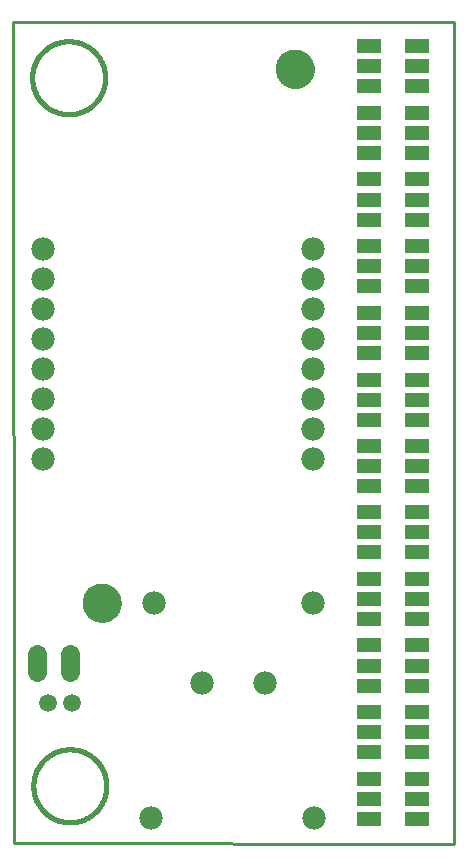
<source format=gbs>
G75*
%MOIN*%
%OFA0B0*%
%FSLAX25Y25*%
%IPPOS*%
%LPD*%
%AMOC8*
5,1,8,0,0,1.08239X$1,22.5*
%
%ADD10C,0.01000*%
%ADD11C,0.00000*%
%ADD12C,0.12998*%
%ADD13C,0.01600*%
%ADD14C,0.06400*%
%ADD15C,0.07800*%
%ADD16R,0.08274X0.04731*%
%ADD17C,0.05943*%
D10*
X0110444Y0004527D02*
X0257294Y0004330D01*
X0257098Y0278346D01*
X0110050Y0278346D01*
X0110444Y0004527D01*
D11*
X0133476Y0084645D02*
X0133478Y0084803D01*
X0133484Y0084961D01*
X0133494Y0085119D01*
X0133508Y0085277D01*
X0133526Y0085434D01*
X0133547Y0085591D01*
X0133573Y0085747D01*
X0133603Y0085903D01*
X0133636Y0086058D01*
X0133674Y0086211D01*
X0133715Y0086364D01*
X0133760Y0086516D01*
X0133809Y0086667D01*
X0133862Y0086816D01*
X0133918Y0086964D01*
X0133978Y0087110D01*
X0134042Y0087255D01*
X0134110Y0087398D01*
X0134181Y0087540D01*
X0134255Y0087680D01*
X0134333Y0087817D01*
X0134415Y0087953D01*
X0134499Y0088087D01*
X0134588Y0088218D01*
X0134679Y0088347D01*
X0134774Y0088474D01*
X0134871Y0088599D01*
X0134972Y0088721D01*
X0135076Y0088840D01*
X0135183Y0088957D01*
X0135293Y0089071D01*
X0135406Y0089182D01*
X0135521Y0089291D01*
X0135639Y0089396D01*
X0135760Y0089498D01*
X0135883Y0089598D01*
X0136009Y0089694D01*
X0136137Y0089787D01*
X0136267Y0089877D01*
X0136400Y0089963D01*
X0136535Y0090047D01*
X0136671Y0090126D01*
X0136810Y0090203D01*
X0136951Y0090275D01*
X0137093Y0090345D01*
X0137237Y0090410D01*
X0137383Y0090472D01*
X0137530Y0090530D01*
X0137679Y0090585D01*
X0137829Y0090636D01*
X0137980Y0090683D01*
X0138132Y0090726D01*
X0138285Y0090765D01*
X0138440Y0090801D01*
X0138595Y0090832D01*
X0138751Y0090860D01*
X0138907Y0090884D01*
X0139064Y0090904D01*
X0139222Y0090920D01*
X0139379Y0090932D01*
X0139538Y0090940D01*
X0139696Y0090944D01*
X0139854Y0090944D01*
X0140012Y0090940D01*
X0140171Y0090932D01*
X0140328Y0090920D01*
X0140486Y0090904D01*
X0140643Y0090884D01*
X0140799Y0090860D01*
X0140955Y0090832D01*
X0141110Y0090801D01*
X0141265Y0090765D01*
X0141418Y0090726D01*
X0141570Y0090683D01*
X0141721Y0090636D01*
X0141871Y0090585D01*
X0142020Y0090530D01*
X0142167Y0090472D01*
X0142313Y0090410D01*
X0142457Y0090345D01*
X0142599Y0090275D01*
X0142740Y0090203D01*
X0142879Y0090126D01*
X0143015Y0090047D01*
X0143150Y0089963D01*
X0143283Y0089877D01*
X0143413Y0089787D01*
X0143541Y0089694D01*
X0143667Y0089598D01*
X0143790Y0089498D01*
X0143911Y0089396D01*
X0144029Y0089291D01*
X0144144Y0089182D01*
X0144257Y0089071D01*
X0144367Y0088957D01*
X0144474Y0088840D01*
X0144578Y0088721D01*
X0144679Y0088599D01*
X0144776Y0088474D01*
X0144871Y0088347D01*
X0144962Y0088218D01*
X0145051Y0088087D01*
X0145135Y0087953D01*
X0145217Y0087817D01*
X0145295Y0087680D01*
X0145369Y0087540D01*
X0145440Y0087398D01*
X0145508Y0087255D01*
X0145572Y0087110D01*
X0145632Y0086964D01*
X0145688Y0086816D01*
X0145741Y0086667D01*
X0145790Y0086516D01*
X0145835Y0086364D01*
X0145876Y0086211D01*
X0145914Y0086058D01*
X0145947Y0085903D01*
X0145977Y0085747D01*
X0146003Y0085591D01*
X0146024Y0085434D01*
X0146042Y0085277D01*
X0146056Y0085119D01*
X0146066Y0084961D01*
X0146072Y0084803D01*
X0146074Y0084645D01*
X0146072Y0084487D01*
X0146066Y0084329D01*
X0146056Y0084171D01*
X0146042Y0084013D01*
X0146024Y0083856D01*
X0146003Y0083699D01*
X0145977Y0083543D01*
X0145947Y0083387D01*
X0145914Y0083232D01*
X0145876Y0083079D01*
X0145835Y0082926D01*
X0145790Y0082774D01*
X0145741Y0082623D01*
X0145688Y0082474D01*
X0145632Y0082326D01*
X0145572Y0082180D01*
X0145508Y0082035D01*
X0145440Y0081892D01*
X0145369Y0081750D01*
X0145295Y0081610D01*
X0145217Y0081473D01*
X0145135Y0081337D01*
X0145051Y0081203D01*
X0144962Y0081072D01*
X0144871Y0080943D01*
X0144776Y0080816D01*
X0144679Y0080691D01*
X0144578Y0080569D01*
X0144474Y0080450D01*
X0144367Y0080333D01*
X0144257Y0080219D01*
X0144144Y0080108D01*
X0144029Y0079999D01*
X0143911Y0079894D01*
X0143790Y0079792D01*
X0143667Y0079692D01*
X0143541Y0079596D01*
X0143413Y0079503D01*
X0143283Y0079413D01*
X0143150Y0079327D01*
X0143015Y0079243D01*
X0142879Y0079164D01*
X0142740Y0079087D01*
X0142599Y0079015D01*
X0142457Y0078945D01*
X0142313Y0078880D01*
X0142167Y0078818D01*
X0142020Y0078760D01*
X0141871Y0078705D01*
X0141721Y0078654D01*
X0141570Y0078607D01*
X0141418Y0078564D01*
X0141265Y0078525D01*
X0141110Y0078489D01*
X0140955Y0078458D01*
X0140799Y0078430D01*
X0140643Y0078406D01*
X0140486Y0078386D01*
X0140328Y0078370D01*
X0140171Y0078358D01*
X0140012Y0078350D01*
X0139854Y0078346D01*
X0139696Y0078346D01*
X0139538Y0078350D01*
X0139379Y0078358D01*
X0139222Y0078370D01*
X0139064Y0078386D01*
X0138907Y0078406D01*
X0138751Y0078430D01*
X0138595Y0078458D01*
X0138440Y0078489D01*
X0138285Y0078525D01*
X0138132Y0078564D01*
X0137980Y0078607D01*
X0137829Y0078654D01*
X0137679Y0078705D01*
X0137530Y0078760D01*
X0137383Y0078818D01*
X0137237Y0078880D01*
X0137093Y0078945D01*
X0136951Y0079015D01*
X0136810Y0079087D01*
X0136671Y0079164D01*
X0136535Y0079243D01*
X0136400Y0079327D01*
X0136267Y0079413D01*
X0136137Y0079503D01*
X0136009Y0079596D01*
X0135883Y0079692D01*
X0135760Y0079792D01*
X0135639Y0079894D01*
X0135521Y0079999D01*
X0135406Y0080108D01*
X0135293Y0080219D01*
X0135183Y0080333D01*
X0135076Y0080450D01*
X0134972Y0080569D01*
X0134871Y0080691D01*
X0134774Y0080816D01*
X0134679Y0080943D01*
X0134588Y0081072D01*
X0134499Y0081203D01*
X0134415Y0081337D01*
X0134333Y0081473D01*
X0134255Y0081610D01*
X0134181Y0081750D01*
X0134110Y0081892D01*
X0134042Y0082035D01*
X0133978Y0082180D01*
X0133918Y0082326D01*
X0133862Y0082474D01*
X0133809Y0082623D01*
X0133760Y0082774D01*
X0133715Y0082926D01*
X0133674Y0083079D01*
X0133636Y0083232D01*
X0133603Y0083387D01*
X0133573Y0083543D01*
X0133547Y0083699D01*
X0133526Y0083856D01*
X0133508Y0084013D01*
X0133494Y0084171D01*
X0133484Y0084329D01*
X0133478Y0084487D01*
X0133476Y0084645D01*
X0197846Y0262597D02*
X0197848Y0262755D01*
X0197854Y0262913D01*
X0197864Y0263071D01*
X0197878Y0263229D01*
X0197896Y0263386D01*
X0197917Y0263543D01*
X0197943Y0263699D01*
X0197973Y0263855D01*
X0198006Y0264010D01*
X0198044Y0264163D01*
X0198085Y0264316D01*
X0198130Y0264468D01*
X0198179Y0264619D01*
X0198232Y0264768D01*
X0198288Y0264916D01*
X0198348Y0265062D01*
X0198412Y0265207D01*
X0198480Y0265350D01*
X0198551Y0265492D01*
X0198625Y0265632D01*
X0198703Y0265769D01*
X0198785Y0265905D01*
X0198869Y0266039D01*
X0198958Y0266170D01*
X0199049Y0266299D01*
X0199144Y0266426D01*
X0199241Y0266551D01*
X0199342Y0266673D01*
X0199446Y0266792D01*
X0199553Y0266909D01*
X0199663Y0267023D01*
X0199776Y0267134D01*
X0199891Y0267243D01*
X0200009Y0267348D01*
X0200130Y0267450D01*
X0200253Y0267550D01*
X0200379Y0267646D01*
X0200507Y0267739D01*
X0200637Y0267829D01*
X0200770Y0267915D01*
X0200905Y0267999D01*
X0201041Y0268078D01*
X0201180Y0268155D01*
X0201321Y0268227D01*
X0201463Y0268297D01*
X0201607Y0268362D01*
X0201753Y0268424D01*
X0201900Y0268482D01*
X0202049Y0268537D01*
X0202199Y0268588D01*
X0202350Y0268635D01*
X0202502Y0268678D01*
X0202655Y0268717D01*
X0202810Y0268753D01*
X0202965Y0268784D01*
X0203121Y0268812D01*
X0203277Y0268836D01*
X0203434Y0268856D01*
X0203592Y0268872D01*
X0203749Y0268884D01*
X0203908Y0268892D01*
X0204066Y0268896D01*
X0204224Y0268896D01*
X0204382Y0268892D01*
X0204541Y0268884D01*
X0204698Y0268872D01*
X0204856Y0268856D01*
X0205013Y0268836D01*
X0205169Y0268812D01*
X0205325Y0268784D01*
X0205480Y0268753D01*
X0205635Y0268717D01*
X0205788Y0268678D01*
X0205940Y0268635D01*
X0206091Y0268588D01*
X0206241Y0268537D01*
X0206390Y0268482D01*
X0206537Y0268424D01*
X0206683Y0268362D01*
X0206827Y0268297D01*
X0206969Y0268227D01*
X0207110Y0268155D01*
X0207249Y0268078D01*
X0207385Y0267999D01*
X0207520Y0267915D01*
X0207653Y0267829D01*
X0207783Y0267739D01*
X0207911Y0267646D01*
X0208037Y0267550D01*
X0208160Y0267450D01*
X0208281Y0267348D01*
X0208399Y0267243D01*
X0208514Y0267134D01*
X0208627Y0267023D01*
X0208737Y0266909D01*
X0208844Y0266792D01*
X0208948Y0266673D01*
X0209049Y0266551D01*
X0209146Y0266426D01*
X0209241Y0266299D01*
X0209332Y0266170D01*
X0209421Y0266039D01*
X0209505Y0265905D01*
X0209587Y0265769D01*
X0209665Y0265632D01*
X0209739Y0265492D01*
X0209810Y0265350D01*
X0209878Y0265207D01*
X0209942Y0265062D01*
X0210002Y0264916D01*
X0210058Y0264768D01*
X0210111Y0264619D01*
X0210160Y0264468D01*
X0210205Y0264316D01*
X0210246Y0264163D01*
X0210284Y0264010D01*
X0210317Y0263855D01*
X0210347Y0263699D01*
X0210373Y0263543D01*
X0210394Y0263386D01*
X0210412Y0263229D01*
X0210426Y0263071D01*
X0210436Y0262913D01*
X0210442Y0262755D01*
X0210444Y0262597D01*
X0210442Y0262439D01*
X0210436Y0262281D01*
X0210426Y0262123D01*
X0210412Y0261965D01*
X0210394Y0261808D01*
X0210373Y0261651D01*
X0210347Y0261495D01*
X0210317Y0261339D01*
X0210284Y0261184D01*
X0210246Y0261031D01*
X0210205Y0260878D01*
X0210160Y0260726D01*
X0210111Y0260575D01*
X0210058Y0260426D01*
X0210002Y0260278D01*
X0209942Y0260132D01*
X0209878Y0259987D01*
X0209810Y0259844D01*
X0209739Y0259702D01*
X0209665Y0259562D01*
X0209587Y0259425D01*
X0209505Y0259289D01*
X0209421Y0259155D01*
X0209332Y0259024D01*
X0209241Y0258895D01*
X0209146Y0258768D01*
X0209049Y0258643D01*
X0208948Y0258521D01*
X0208844Y0258402D01*
X0208737Y0258285D01*
X0208627Y0258171D01*
X0208514Y0258060D01*
X0208399Y0257951D01*
X0208281Y0257846D01*
X0208160Y0257744D01*
X0208037Y0257644D01*
X0207911Y0257548D01*
X0207783Y0257455D01*
X0207653Y0257365D01*
X0207520Y0257279D01*
X0207385Y0257195D01*
X0207249Y0257116D01*
X0207110Y0257039D01*
X0206969Y0256967D01*
X0206827Y0256897D01*
X0206683Y0256832D01*
X0206537Y0256770D01*
X0206390Y0256712D01*
X0206241Y0256657D01*
X0206091Y0256606D01*
X0205940Y0256559D01*
X0205788Y0256516D01*
X0205635Y0256477D01*
X0205480Y0256441D01*
X0205325Y0256410D01*
X0205169Y0256382D01*
X0205013Y0256358D01*
X0204856Y0256338D01*
X0204698Y0256322D01*
X0204541Y0256310D01*
X0204382Y0256302D01*
X0204224Y0256298D01*
X0204066Y0256298D01*
X0203908Y0256302D01*
X0203749Y0256310D01*
X0203592Y0256322D01*
X0203434Y0256338D01*
X0203277Y0256358D01*
X0203121Y0256382D01*
X0202965Y0256410D01*
X0202810Y0256441D01*
X0202655Y0256477D01*
X0202502Y0256516D01*
X0202350Y0256559D01*
X0202199Y0256606D01*
X0202049Y0256657D01*
X0201900Y0256712D01*
X0201753Y0256770D01*
X0201607Y0256832D01*
X0201463Y0256897D01*
X0201321Y0256967D01*
X0201180Y0257039D01*
X0201041Y0257116D01*
X0200905Y0257195D01*
X0200770Y0257279D01*
X0200637Y0257365D01*
X0200507Y0257455D01*
X0200379Y0257548D01*
X0200253Y0257644D01*
X0200130Y0257744D01*
X0200009Y0257846D01*
X0199891Y0257951D01*
X0199776Y0258060D01*
X0199663Y0258171D01*
X0199553Y0258285D01*
X0199446Y0258402D01*
X0199342Y0258521D01*
X0199241Y0258643D01*
X0199144Y0258768D01*
X0199049Y0258895D01*
X0198958Y0259024D01*
X0198869Y0259155D01*
X0198785Y0259289D01*
X0198703Y0259425D01*
X0198625Y0259562D01*
X0198551Y0259702D01*
X0198480Y0259844D01*
X0198412Y0259987D01*
X0198348Y0260132D01*
X0198288Y0260278D01*
X0198232Y0260426D01*
X0198179Y0260575D01*
X0198130Y0260726D01*
X0198085Y0260878D01*
X0198044Y0261031D01*
X0198006Y0261184D01*
X0197973Y0261339D01*
X0197943Y0261495D01*
X0197917Y0261651D01*
X0197896Y0261808D01*
X0197878Y0261965D01*
X0197864Y0262123D01*
X0197854Y0262281D01*
X0197848Y0262439D01*
X0197846Y0262597D01*
D12*
X0204145Y0262597D03*
X0139775Y0084645D03*
D13*
X0116961Y0023672D02*
X0116965Y0023971D01*
X0116976Y0024269D01*
X0116994Y0024567D01*
X0117020Y0024865D01*
X0117053Y0025161D01*
X0117093Y0025457D01*
X0117140Y0025752D01*
X0117195Y0026046D01*
X0117257Y0026338D01*
X0117326Y0026629D01*
X0117402Y0026917D01*
X0117485Y0027204D01*
X0117575Y0027489D01*
X0117672Y0027771D01*
X0117776Y0028051D01*
X0117887Y0028328D01*
X0118005Y0028603D01*
X0118129Y0028874D01*
X0118260Y0029143D01*
X0118398Y0029408D01*
X0118542Y0029670D01*
X0118692Y0029928D01*
X0118849Y0030182D01*
X0119012Y0030432D01*
X0119181Y0030678D01*
X0119356Y0030920D01*
X0119536Y0031158D01*
X0119723Y0031391D01*
X0119915Y0031620D01*
X0120113Y0031844D01*
X0120316Y0032062D01*
X0120525Y0032276D01*
X0120739Y0032485D01*
X0120957Y0032688D01*
X0121181Y0032886D01*
X0121410Y0033078D01*
X0121643Y0033265D01*
X0121881Y0033445D01*
X0122123Y0033620D01*
X0122369Y0033789D01*
X0122619Y0033952D01*
X0122873Y0034109D01*
X0123131Y0034259D01*
X0123393Y0034403D01*
X0123658Y0034541D01*
X0123927Y0034672D01*
X0124198Y0034796D01*
X0124473Y0034914D01*
X0124750Y0035025D01*
X0125030Y0035129D01*
X0125312Y0035226D01*
X0125597Y0035316D01*
X0125884Y0035399D01*
X0126172Y0035475D01*
X0126463Y0035544D01*
X0126755Y0035606D01*
X0127049Y0035661D01*
X0127344Y0035708D01*
X0127640Y0035748D01*
X0127936Y0035781D01*
X0128234Y0035807D01*
X0128532Y0035825D01*
X0128830Y0035836D01*
X0129129Y0035840D01*
X0129428Y0035836D01*
X0129726Y0035825D01*
X0130024Y0035807D01*
X0130322Y0035781D01*
X0130618Y0035748D01*
X0130914Y0035708D01*
X0131209Y0035661D01*
X0131503Y0035606D01*
X0131795Y0035544D01*
X0132086Y0035475D01*
X0132374Y0035399D01*
X0132661Y0035316D01*
X0132946Y0035226D01*
X0133228Y0035129D01*
X0133508Y0035025D01*
X0133785Y0034914D01*
X0134060Y0034796D01*
X0134331Y0034672D01*
X0134600Y0034541D01*
X0134865Y0034403D01*
X0135127Y0034259D01*
X0135385Y0034109D01*
X0135639Y0033952D01*
X0135889Y0033789D01*
X0136135Y0033620D01*
X0136377Y0033445D01*
X0136615Y0033265D01*
X0136848Y0033078D01*
X0137077Y0032886D01*
X0137301Y0032688D01*
X0137519Y0032485D01*
X0137733Y0032276D01*
X0137942Y0032062D01*
X0138145Y0031844D01*
X0138343Y0031620D01*
X0138535Y0031391D01*
X0138722Y0031158D01*
X0138902Y0030920D01*
X0139077Y0030678D01*
X0139246Y0030432D01*
X0139409Y0030182D01*
X0139566Y0029928D01*
X0139716Y0029670D01*
X0139860Y0029408D01*
X0139998Y0029143D01*
X0140129Y0028874D01*
X0140253Y0028603D01*
X0140371Y0028328D01*
X0140482Y0028051D01*
X0140586Y0027771D01*
X0140683Y0027489D01*
X0140773Y0027204D01*
X0140856Y0026917D01*
X0140932Y0026629D01*
X0141001Y0026338D01*
X0141063Y0026046D01*
X0141118Y0025752D01*
X0141165Y0025457D01*
X0141205Y0025161D01*
X0141238Y0024865D01*
X0141264Y0024567D01*
X0141282Y0024269D01*
X0141293Y0023971D01*
X0141297Y0023672D01*
X0141293Y0023373D01*
X0141282Y0023075D01*
X0141264Y0022777D01*
X0141238Y0022479D01*
X0141205Y0022183D01*
X0141165Y0021887D01*
X0141118Y0021592D01*
X0141063Y0021298D01*
X0141001Y0021006D01*
X0140932Y0020715D01*
X0140856Y0020427D01*
X0140773Y0020140D01*
X0140683Y0019855D01*
X0140586Y0019573D01*
X0140482Y0019293D01*
X0140371Y0019016D01*
X0140253Y0018741D01*
X0140129Y0018470D01*
X0139998Y0018201D01*
X0139860Y0017936D01*
X0139716Y0017674D01*
X0139566Y0017416D01*
X0139409Y0017162D01*
X0139246Y0016912D01*
X0139077Y0016666D01*
X0138902Y0016424D01*
X0138722Y0016186D01*
X0138535Y0015953D01*
X0138343Y0015724D01*
X0138145Y0015500D01*
X0137942Y0015282D01*
X0137733Y0015068D01*
X0137519Y0014859D01*
X0137301Y0014656D01*
X0137077Y0014458D01*
X0136848Y0014266D01*
X0136615Y0014079D01*
X0136377Y0013899D01*
X0136135Y0013724D01*
X0135889Y0013555D01*
X0135639Y0013392D01*
X0135385Y0013235D01*
X0135127Y0013085D01*
X0134865Y0012941D01*
X0134600Y0012803D01*
X0134331Y0012672D01*
X0134060Y0012548D01*
X0133785Y0012430D01*
X0133508Y0012319D01*
X0133228Y0012215D01*
X0132946Y0012118D01*
X0132661Y0012028D01*
X0132374Y0011945D01*
X0132086Y0011869D01*
X0131795Y0011800D01*
X0131503Y0011738D01*
X0131209Y0011683D01*
X0130914Y0011636D01*
X0130618Y0011596D01*
X0130322Y0011563D01*
X0130024Y0011537D01*
X0129726Y0011519D01*
X0129428Y0011508D01*
X0129129Y0011504D01*
X0128830Y0011508D01*
X0128532Y0011519D01*
X0128234Y0011537D01*
X0127936Y0011563D01*
X0127640Y0011596D01*
X0127344Y0011636D01*
X0127049Y0011683D01*
X0126755Y0011738D01*
X0126463Y0011800D01*
X0126172Y0011869D01*
X0125884Y0011945D01*
X0125597Y0012028D01*
X0125312Y0012118D01*
X0125030Y0012215D01*
X0124750Y0012319D01*
X0124473Y0012430D01*
X0124198Y0012548D01*
X0123927Y0012672D01*
X0123658Y0012803D01*
X0123393Y0012941D01*
X0123131Y0013085D01*
X0122873Y0013235D01*
X0122619Y0013392D01*
X0122369Y0013555D01*
X0122123Y0013724D01*
X0121881Y0013899D01*
X0121643Y0014079D01*
X0121410Y0014266D01*
X0121181Y0014458D01*
X0120957Y0014656D01*
X0120739Y0014859D01*
X0120525Y0015068D01*
X0120316Y0015282D01*
X0120113Y0015500D01*
X0119915Y0015724D01*
X0119723Y0015953D01*
X0119536Y0016186D01*
X0119356Y0016424D01*
X0119181Y0016666D01*
X0119012Y0016912D01*
X0118849Y0017162D01*
X0118692Y0017416D01*
X0118542Y0017674D01*
X0118398Y0017936D01*
X0118260Y0018201D01*
X0118129Y0018470D01*
X0118005Y0018741D01*
X0117887Y0019016D01*
X0117776Y0019293D01*
X0117672Y0019573D01*
X0117575Y0019855D01*
X0117485Y0020140D01*
X0117402Y0020427D01*
X0117326Y0020715D01*
X0117257Y0021006D01*
X0117195Y0021298D01*
X0117140Y0021592D01*
X0117093Y0021887D01*
X0117053Y0022183D01*
X0117020Y0022479D01*
X0116994Y0022777D01*
X0116976Y0023075D01*
X0116965Y0023373D01*
X0116961Y0023672D01*
X0116567Y0259696D02*
X0116571Y0259995D01*
X0116582Y0260293D01*
X0116600Y0260591D01*
X0116626Y0260889D01*
X0116659Y0261185D01*
X0116699Y0261481D01*
X0116746Y0261776D01*
X0116801Y0262070D01*
X0116863Y0262362D01*
X0116932Y0262653D01*
X0117008Y0262941D01*
X0117091Y0263228D01*
X0117181Y0263513D01*
X0117278Y0263795D01*
X0117382Y0264075D01*
X0117493Y0264352D01*
X0117611Y0264627D01*
X0117735Y0264898D01*
X0117866Y0265167D01*
X0118004Y0265432D01*
X0118148Y0265694D01*
X0118298Y0265952D01*
X0118455Y0266206D01*
X0118618Y0266456D01*
X0118787Y0266702D01*
X0118962Y0266944D01*
X0119142Y0267182D01*
X0119329Y0267415D01*
X0119521Y0267644D01*
X0119719Y0267868D01*
X0119922Y0268086D01*
X0120131Y0268300D01*
X0120345Y0268509D01*
X0120563Y0268712D01*
X0120787Y0268910D01*
X0121016Y0269102D01*
X0121249Y0269289D01*
X0121487Y0269469D01*
X0121729Y0269644D01*
X0121975Y0269813D01*
X0122225Y0269976D01*
X0122479Y0270133D01*
X0122737Y0270283D01*
X0122999Y0270427D01*
X0123264Y0270565D01*
X0123533Y0270696D01*
X0123804Y0270820D01*
X0124079Y0270938D01*
X0124356Y0271049D01*
X0124636Y0271153D01*
X0124918Y0271250D01*
X0125203Y0271340D01*
X0125490Y0271423D01*
X0125778Y0271499D01*
X0126069Y0271568D01*
X0126361Y0271630D01*
X0126655Y0271685D01*
X0126950Y0271732D01*
X0127246Y0271772D01*
X0127542Y0271805D01*
X0127840Y0271831D01*
X0128138Y0271849D01*
X0128436Y0271860D01*
X0128735Y0271864D01*
X0129034Y0271860D01*
X0129332Y0271849D01*
X0129630Y0271831D01*
X0129928Y0271805D01*
X0130224Y0271772D01*
X0130520Y0271732D01*
X0130815Y0271685D01*
X0131109Y0271630D01*
X0131401Y0271568D01*
X0131692Y0271499D01*
X0131980Y0271423D01*
X0132267Y0271340D01*
X0132552Y0271250D01*
X0132834Y0271153D01*
X0133114Y0271049D01*
X0133391Y0270938D01*
X0133666Y0270820D01*
X0133937Y0270696D01*
X0134206Y0270565D01*
X0134471Y0270427D01*
X0134733Y0270283D01*
X0134991Y0270133D01*
X0135245Y0269976D01*
X0135495Y0269813D01*
X0135741Y0269644D01*
X0135983Y0269469D01*
X0136221Y0269289D01*
X0136454Y0269102D01*
X0136683Y0268910D01*
X0136907Y0268712D01*
X0137125Y0268509D01*
X0137339Y0268300D01*
X0137548Y0268086D01*
X0137751Y0267868D01*
X0137949Y0267644D01*
X0138141Y0267415D01*
X0138328Y0267182D01*
X0138508Y0266944D01*
X0138683Y0266702D01*
X0138852Y0266456D01*
X0139015Y0266206D01*
X0139172Y0265952D01*
X0139322Y0265694D01*
X0139466Y0265432D01*
X0139604Y0265167D01*
X0139735Y0264898D01*
X0139859Y0264627D01*
X0139977Y0264352D01*
X0140088Y0264075D01*
X0140192Y0263795D01*
X0140289Y0263513D01*
X0140379Y0263228D01*
X0140462Y0262941D01*
X0140538Y0262653D01*
X0140607Y0262362D01*
X0140669Y0262070D01*
X0140724Y0261776D01*
X0140771Y0261481D01*
X0140811Y0261185D01*
X0140844Y0260889D01*
X0140870Y0260591D01*
X0140888Y0260293D01*
X0140899Y0259995D01*
X0140903Y0259696D01*
X0140899Y0259397D01*
X0140888Y0259099D01*
X0140870Y0258801D01*
X0140844Y0258503D01*
X0140811Y0258207D01*
X0140771Y0257911D01*
X0140724Y0257616D01*
X0140669Y0257322D01*
X0140607Y0257030D01*
X0140538Y0256739D01*
X0140462Y0256451D01*
X0140379Y0256164D01*
X0140289Y0255879D01*
X0140192Y0255597D01*
X0140088Y0255317D01*
X0139977Y0255040D01*
X0139859Y0254765D01*
X0139735Y0254494D01*
X0139604Y0254225D01*
X0139466Y0253960D01*
X0139322Y0253698D01*
X0139172Y0253440D01*
X0139015Y0253186D01*
X0138852Y0252936D01*
X0138683Y0252690D01*
X0138508Y0252448D01*
X0138328Y0252210D01*
X0138141Y0251977D01*
X0137949Y0251748D01*
X0137751Y0251524D01*
X0137548Y0251306D01*
X0137339Y0251092D01*
X0137125Y0250883D01*
X0136907Y0250680D01*
X0136683Y0250482D01*
X0136454Y0250290D01*
X0136221Y0250103D01*
X0135983Y0249923D01*
X0135741Y0249748D01*
X0135495Y0249579D01*
X0135245Y0249416D01*
X0134991Y0249259D01*
X0134733Y0249109D01*
X0134471Y0248965D01*
X0134206Y0248827D01*
X0133937Y0248696D01*
X0133666Y0248572D01*
X0133391Y0248454D01*
X0133114Y0248343D01*
X0132834Y0248239D01*
X0132552Y0248142D01*
X0132267Y0248052D01*
X0131980Y0247969D01*
X0131692Y0247893D01*
X0131401Y0247824D01*
X0131109Y0247762D01*
X0130815Y0247707D01*
X0130520Y0247660D01*
X0130224Y0247620D01*
X0129928Y0247587D01*
X0129630Y0247561D01*
X0129332Y0247543D01*
X0129034Y0247532D01*
X0128735Y0247528D01*
X0128436Y0247532D01*
X0128138Y0247543D01*
X0127840Y0247561D01*
X0127542Y0247587D01*
X0127246Y0247620D01*
X0126950Y0247660D01*
X0126655Y0247707D01*
X0126361Y0247762D01*
X0126069Y0247824D01*
X0125778Y0247893D01*
X0125490Y0247969D01*
X0125203Y0248052D01*
X0124918Y0248142D01*
X0124636Y0248239D01*
X0124356Y0248343D01*
X0124079Y0248454D01*
X0123804Y0248572D01*
X0123533Y0248696D01*
X0123264Y0248827D01*
X0122999Y0248965D01*
X0122737Y0249109D01*
X0122479Y0249259D01*
X0122225Y0249416D01*
X0121975Y0249579D01*
X0121729Y0249748D01*
X0121487Y0249923D01*
X0121249Y0250103D01*
X0121016Y0250290D01*
X0120787Y0250482D01*
X0120563Y0250680D01*
X0120345Y0250883D01*
X0120131Y0251092D01*
X0119922Y0251306D01*
X0119719Y0251524D01*
X0119521Y0251748D01*
X0119329Y0251977D01*
X0119142Y0252210D01*
X0118962Y0252448D01*
X0118787Y0252690D01*
X0118618Y0252936D01*
X0118455Y0253186D01*
X0118298Y0253440D01*
X0118148Y0253698D01*
X0118004Y0253960D01*
X0117866Y0254225D01*
X0117735Y0254494D01*
X0117611Y0254765D01*
X0117493Y0255040D01*
X0117382Y0255317D01*
X0117278Y0255597D01*
X0117181Y0255879D01*
X0117091Y0256164D01*
X0117008Y0256451D01*
X0116932Y0256739D01*
X0116863Y0257030D01*
X0116801Y0257322D01*
X0116746Y0257616D01*
X0116699Y0257911D01*
X0116659Y0258207D01*
X0116626Y0258503D01*
X0116600Y0258801D01*
X0116582Y0259099D01*
X0116571Y0259397D01*
X0116567Y0259696D01*
D14*
X0118257Y0067580D02*
X0118257Y0061580D01*
X0129257Y0061580D02*
X0129257Y0067580D01*
D15*
X0157098Y0084645D03*
X0173223Y0057924D03*
X0194089Y0057924D03*
X0210247Y0084645D03*
X0210247Y0132747D03*
X0210247Y0142747D03*
X0210247Y0152747D03*
X0210247Y0162747D03*
X0210247Y0172747D03*
X0210247Y0182747D03*
X0210247Y0192747D03*
X0210247Y0202747D03*
X0120247Y0202747D03*
X0120247Y0192747D03*
X0120247Y0182747D03*
X0120247Y0172747D03*
X0120247Y0162747D03*
X0120247Y0152747D03*
X0120247Y0142747D03*
X0120247Y0132747D03*
X0156310Y0012991D03*
X0210641Y0012991D03*
D16*
X0228948Y0012597D03*
X0228948Y0019290D03*
X0228948Y0025983D03*
X0228948Y0034842D03*
X0228948Y0041534D03*
X0228948Y0048227D03*
X0228948Y0057086D03*
X0228948Y0063779D03*
X0228948Y0070472D03*
X0228948Y0079330D03*
X0228948Y0086023D03*
X0228948Y0092716D03*
X0228948Y0101574D03*
X0228948Y0108267D03*
X0228948Y0114960D03*
X0228948Y0123621D03*
X0228948Y0130314D03*
X0228948Y0137007D03*
X0228948Y0145668D03*
X0228948Y0152361D03*
X0228948Y0159054D03*
X0228948Y0167912D03*
X0228948Y0174605D03*
X0228948Y0181298D03*
X0228948Y0190157D03*
X0228948Y0196849D03*
X0228948Y0203542D03*
X0228948Y0212401D03*
X0228948Y0219094D03*
X0228948Y0225786D03*
X0228948Y0234645D03*
X0228948Y0241338D03*
X0228948Y0248031D03*
X0228948Y0256889D03*
X0228948Y0263582D03*
X0228948Y0270275D03*
X0244696Y0270275D03*
X0244696Y0263582D03*
X0244696Y0256889D03*
X0244696Y0248031D03*
X0244696Y0241338D03*
X0244696Y0234645D03*
X0244696Y0225786D03*
X0244696Y0219094D03*
X0244696Y0212401D03*
X0244696Y0203542D03*
X0244696Y0196849D03*
X0244696Y0190157D03*
X0244696Y0181298D03*
X0244696Y0174605D03*
X0244696Y0167912D03*
X0244696Y0159054D03*
X0244696Y0152361D03*
X0244696Y0145668D03*
X0244696Y0137007D03*
X0244696Y0130314D03*
X0244696Y0123621D03*
X0244696Y0114960D03*
X0244696Y0108267D03*
X0244696Y0101574D03*
X0244696Y0092716D03*
X0244696Y0086023D03*
X0244696Y0079330D03*
X0244696Y0070472D03*
X0244696Y0063779D03*
X0244696Y0057086D03*
X0244696Y0048227D03*
X0244696Y0041534D03*
X0244696Y0034842D03*
X0244696Y0025983D03*
X0244696Y0019290D03*
X0244696Y0012597D03*
D17*
X0129700Y0051257D03*
X0121826Y0051257D03*
M02*

</source>
